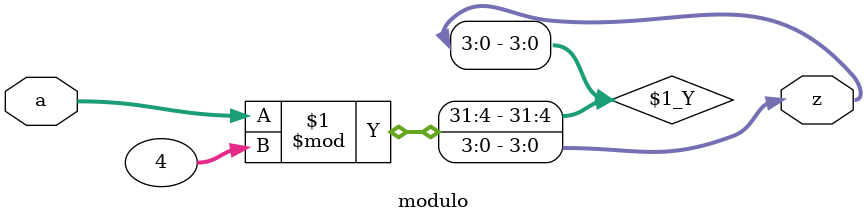
<source format=sv>
module modulo#(parameter bits=4)(input logic [bits-1:0] a ,
output logic [bits-1:0] z);
assign  z = a%bits;
endmodule 
</source>
